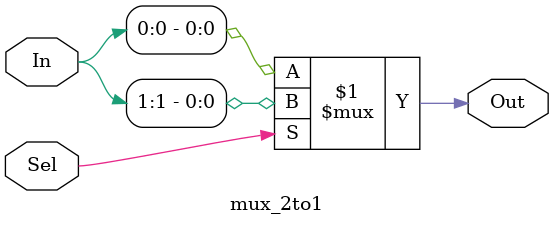
<source format=v>
module mux_2to1 (Out, In, Sel);
output Out;
input [1:0] In;
input Sel;

assign Out = Sel ? In[1] : In[0];

endmodule
</source>
